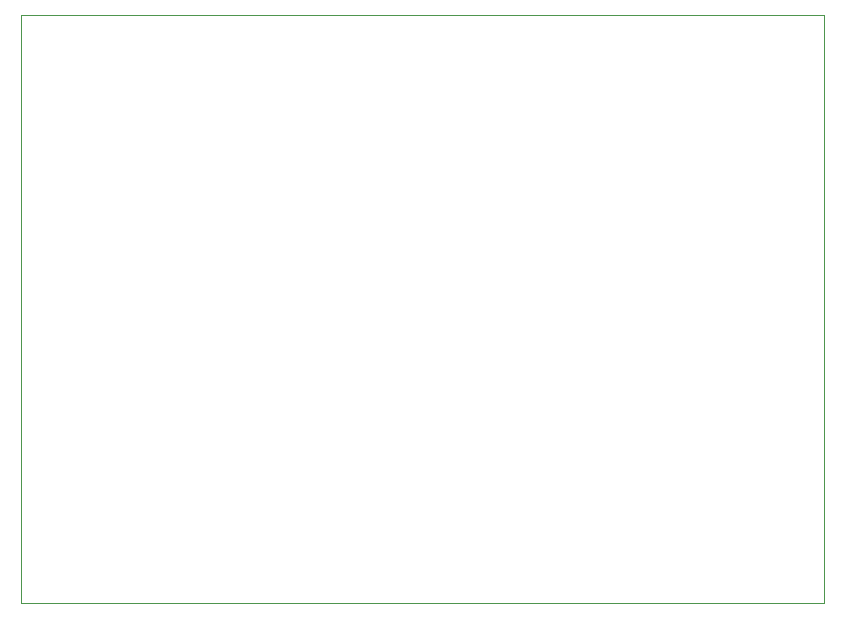
<source format=gbr>
%TF.GenerationSoftware,KiCad,Pcbnew,7.0.9-7.0.9~ubuntu20.04.1*%
%TF.CreationDate,2023-12-30T20:23:19+01:00*%
%TF.ProjectId,6303_PLCC,36333033-5f50-44c4-9343-2e6b69636164,rev?*%
%TF.SameCoordinates,Original*%
%TF.FileFunction,Profile,NP*%
%FSLAX46Y46*%
G04 Gerber Fmt 4.6, Leading zero omitted, Abs format (unit mm)*
G04 Created by KiCad (PCBNEW 7.0.9-7.0.9~ubuntu20.04.1) date 2023-12-30 20:23:19*
%MOMM*%
%LPD*%
G01*
G04 APERTURE LIST*
%TA.AperFunction,Profile*%
%ADD10C,0.100000*%
%TD*%
G04 APERTURE END LIST*
D10*
X160000000Y-31000000D02*
X228000000Y-31000000D01*
X228000000Y-80762000D01*
X160000000Y-80762000D01*
X160000000Y-31000000D01*
M02*

</source>
